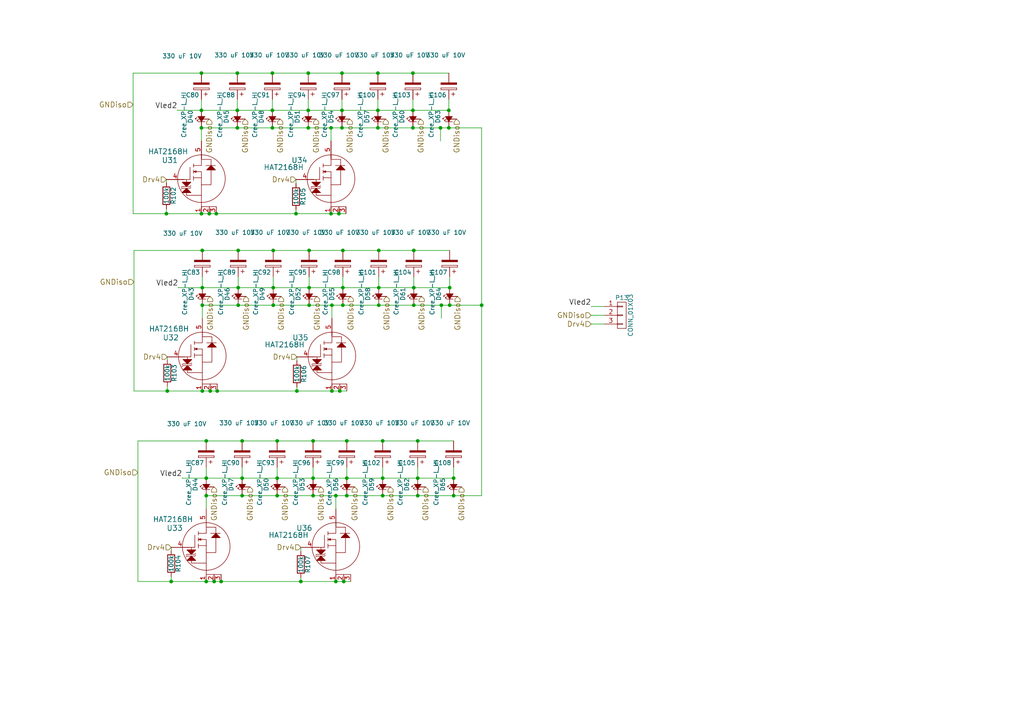
<source format=kicad_sch>
(kicad_sch (version 20230121) (generator eeschema)
  (paper "A4")
  (lib_symbols
    (symbol "SPCInterfaceBoard-v01-rescue:CONN_01X03" (pin_names (offset 1.016) hide)
      (property "Reference" "P" (at 0 5.08 0))
      (property "Value" "CONN_01X03" (at 2.54 0 90))
      (symbol "CONN_01X03_0_1"
        (rectangle (start -1.27 -2.413) (end 0.254 -2.667))
        (rectangle (start -1.27 0.127) (end 0.254 -0.127))
        (rectangle (start -1.27 2.667) (end 0.254 2.413))
        (rectangle (start -1.27 3.81) (end 1.27 -3.81))
      )
      (symbol "CONN_01X03_1_1"
        (pin passive line (at -5.08 2.54 0) (length 3.81) (name "P1") (number "1"))
        (pin passive line (at -5.08 0 0) (length 3.81) (name "P2") (number "2"))
        (pin passive line (at -5.08 -2.54 0) (length 3.81) (name "P3") (number "3"))
      )
    )
    (symbol "SPCInterfaceBoard-v01-rescue:CP" (pin_numbers hide) (pin_names (offset 0.254))
      (property "Reference" "C" (at 0.635 2.54 0))
      (property "Value" "CP" (at 0.635 -2.54 0))
      (symbol "CP_0_1"
        (rectangle (start -2.286 0.508) (end -2.286 1.016))
        (rectangle (start -2.286 0.508) (end 2.286 0.508))
        (polyline (pts (xy -1.778 2.286) (xy -0.762 2.286)))
        (polyline (pts (xy -1.27 2.794) (xy -1.27 1.778)))
        (rectangle (start 2.286 -0.508) (end -2.286 -1.016) (fill (type outline)))
        (rectangle (start 2.286 1.016) (end -2.286 1.016))
        (rectangle (start 2.286 1.016) (end 2.286 0.508))
      )
      (symbol "CP_1_1"
        (pin passive line (at 0 3.81 270) (length 2.794) (name "~") (number "1"))
        (pin passive line (at 0 -3.81 90) (length 2.794) (name "~") (number "2"))
      )
    )
    (symbol "SPCInterfaceBoard-v01-rescue:Cree_XP-L_HI" (pin_numbers hide) (pin_names (offset 0.254) hide)
      (property "Reference" "D" (at -1.27 3.175 0))
      (property "Value" "Cree_XP-L_HI" (at -6.604 5.08 0))
      (symbol "Cree_XP-L_HI_0_1"
        (polyline (pts (xy -0.762 -1.016) (xy -0.762 1.016)))
        (polyline (pts (xy 0.762 -1.016) (xy -0.762 0) (xy 0.762 1.016) (xy 0.762 -1.016)) (fill (type outline)))
        (polyline (pts (xy 0 0.762) (xy -0.508 1.27) (xy -0.254 1.27) (xy -0.508 1.27) (xy -0.508 1.016)))
        (polyline (pts (xy 0.508 1.27) (xy 0 1.778) (xy 0.254 1.778) (xy 0 1.778) (xy 0 1.524)))
      )
      (symbol "Cree_XP-L_HI_1_1"
        (pin passive line (at -2.54 0 0) (length 1.778) (name "K") (number "1"))
        (pin passive line (at 2.54 0 180) (length 1.778) (name "A") (number "2"))
        (pin input line (at 0 -2.286 90) (length 2.54) (name "PAD") (number "3"))
      )
    )
    (symbol "SPCInterfaceBoard-v01-rescue:HAT2168H" (pin_names (offset 1.016))
      (property "Reference" "U" (at -25.908 2.032 0))
      (property "Value" "HAT2168H" (at -26.416 4.572 0))
      (symbol "HAT2168H_0_1"
        (circle (center -16.764 -3.302) (radius 6.9088))
        (polyline (pts (xy -21.59 -3.556) (xy -21.844 -3.556)))
        (polyline (pts (xy -21.59 -3.556) (xy -20.066 -3.556)))
        (polyline (pts (xy -21.082 -3.556) (xy -21.082 -4.318)))
        (polyline (pts (xy -20.066 0) (xy -20.066 -3.556)))
        (polyline (pts (xy -19.05 -3.048) (xy -16.764 -3.048)))
        (polyline (pts (xy -19.05 -2.54) (xy -19.05 -3.81)))
        (polyline (pts (xy -19.05 -0.762) (xy -19.05 -1.778)))
        (polyline (pts (xy -19.05 1.016) (xy -19.05 0)))
        (polyline (pts (xy -15.494 0.508) (xy -12.7 0.508)))
        (polyline (pts (xy -21.082 -7.366) (xy -21.082 -8.128) (xy -16.764 -8.128)))
        (polyline (pts (xy -19.05 0.508) (xy -16.764 0.508) (xy -16.764 3.556)))
        (polyline (pts (xy -18.288 -1.27) (xy -16.764 -1.27) (xy -16.764 -10.16)))
        (polyline (pts (xy -16.764 -5.08) (xy -13.97 -5.08) (xy -13.97 -0.762)))
        (polyline (pts (xy -16.764 2.286) (xy -13.97 2.286) (xy -13.97 0.508)))
        (polyline (pts (xy -22.606 -6.35) (xy -22.352 -6.096) (xy -20.066 -6.096) (xy -19.812 -5.842)))
        (polyline (pts (xy -22.606 -5.842) (xy -22.352 -5.588) (xy -20.066 -5.588) (xy -19.812 -5.334)))
        (polyline (pts (xy -21.082 -6.096) (xy -22.352 -7.366) (xy -19.812 -7.366) (xy -21.082 -6.096)) (fill (type outline)))
        (polyline (pts (xy -21.082 -6.096) (xy -22.352 -7.366) (xy -19.812 -7.366) (xy -21.082 -6.096)) (fill (type outline)))
        (polyline (pts (xy -21.082 -5.588) (xy -19.812 -4.318) (xy -22.352 -4.318) (xy -21.082 -5.588)) (fill (type outline)))
        (polyline (pts (xy -21.082 -5.588) (xy -19.812 -4.318) (xy -22.352 -4.318) (xy -21.082 -5.588)) (fill (type outline)))
        (polyline (pts (xy -18.288 -1.016) (xy -19.05 -1.27) (xy -18.288 -1.524) (xy -18.288 -1.016)) (fill (type outline)))
        (polyline (pts (xy -16.764 -10.16) (xy -16.764 -11.43) (xy -14.478 -11.43) (xy -12.446 -11.43)))
        (polyline (pts (xy -13.97 0.508) (xy -15.24 -0.762) (xy -12.7 -0.762) (xy -13.97 0.508)) (fill (type outline)))
        (polyline (pts (xy -13.97 0.508) (xy -15.24 -0.762) (xy -12.7 -0.762) (xy -13.97 0.508)) (fill (type outline)))
      )
      (symbol "HAT2168H_1_1"
        (pin input line (at -16.764 -13.462 90) (length 2.0066) (name "~") (number "1"))
        (pin input line (at -14.478 -13.462 90) (length 2.0066) (name "~") (number "2"))
        (pin input line (at -12.446 -13.462 90) (length 2.0066) (name "~") (number "3"))
        (pin input line (at -26.924 -3.556 0) (length 5.08) (name "~") (number "4"))
        (pin input line (at -16.764 7.62 270) (length 5.08) (name "~") (number "5"))
      )
    )
    (symbol "SPCInterfaceBoard-v01-rescue:R" (pin_numbers hide) (pin_names (offset 0))
      (property "Reference" "R" (at 2.032 0 90))
      (property "Value" "R" (at 0 0 90))
      (symbol "R_0_1"
        (rectangle (start -1.016 -2.54) (end 1.016 2.54) (stroke (width 0.254)))
      )
      (symbol "R_1_1"
        (pin passive line (at 0 3.81 270) (length 1.27) (name "~") (number "1"))
        (pin passive line (at 0 -3.81 90) (length 1.27) (name "~") (number "2"))
      )
    )
  )
  (junction (at 121.158 143.764))
  (junction (at 62.738 61.976))
  (junction (at 90.805 127.889))
  (junction (at 58.674 113.411))
  (junction (at 85.852 61.976))
  (junction (at 89.662 88.519))
  (junction (at 98.552 113.411))
  (junction (at 100.584 127.889))
  (junction (at 119.761 37.084))
  (junction (at 109.601 37.084))
  (junction (at 89.662 72.644))
  (junction (at 99.441 83.439))
  (junction (at 79.248 72.644))
  (junction (at 70.231 143.764))
  (junction (at 64.135 168.656))
  (junction (at 99.187 21.209))
  (junction (at 96.012 37.084))
  (junction (at 96.012 61.976))
  (junction (at 86.106 113.411))
  (junction (at 48.26 61.976))
  (junction (at 96.266 113.411))
  (junction (at 121.158 127.889))
  (junction (at 70.231 127.889))
  (junction (at 80.391 138.684))
  (junction (at 97.409 143.764))
  (junction (at 100.584 143.764))
  (junction (at 58.42 32.004))
  (junction (at 60.96 113.411))
  (junction (at 58.42 61.976))
  (junction (at 59.817 143.764))
  (junction (at 59.817 138.684))
  (junction (at 78.994 37.084))
  (junction (at 69.088 72.644))
  (junction (at 130.175 37.084))
  (junction (at 87.249 168.656))
  (junction (at 58.42 21.209))
  (junction (at 80.391 127.889))
  (junction (at 119.761 32.004))
  (junction (at 96.266 88.519))
  (junction (at 128.016 88.519))
  (junction (at 80.391 143.764))
  (junction (at 130.429 83.439))
  (junction (at 60.706 61.976))
  (junction (at 69.088 83.439))
  (junction (at 59.817 168.656))
  (junction (at 62.992 113.411))
  (junction (at 89.662 83.439))
  (junction (at 139.7 88.519))
  (junction (at 119.761 21.209))
  (junction (at 78.994 21.209))
  (junction (at 120.015 88.519))
  (junction (at 120.015 72.644))
  (junction (at 130.429 88.519))
  (junction (at 97.409 168.656))
  (junction (at 120.015 83.439))
  (junction (at 58.674 88.519))
  (junction (at 110.998 138.684))
  (junction (at 79.248 88.519))
  (junction (at 109.601 21.209))
  (junction (at 109.855 88.519))
  (junction (at 68.834 21.209))
  (junction (at 109.855 72.644))
  (junction (at 127.762 37.084))
  (junction (at 90.805 143.764))
  (junction (at 109.601 32.004))
  (junction (at 68.834 37.084))
  (junction (at 130.175 32.004))
  (junction (at 68.834 32.004))
  (junction (at 90.805 138.684))
  (junction (at 110.998 127.889))
  (junction (at 89.408 37.084))
  (junction (at 59.817 127.889))
  (junction (at 99.441 88.519))
  (junction (at 99.187 37.084))
  (junction (at 99.695 168.656))
  (junction (at 89.408 32.004))
  (junction (at 100.584 138.684))
  (junction (at 70.231 138.684))
  (junction (at 79.248 83.439))
  (junction (at 131.572 143.764))
  (junction (at 58.674 83.439))
  (junction (at 58.674 72.644))
  (junction (at 109.855 83.439))
  (junction (at 78.994 32.004))
  (junction (at 131.572 138.684))
  (junction (at 49.657 168.656))
  (junction (at 99.441 72.644))
  (junction (at 110.998 143.764))
  (junction (at 62.103 168.656))
  (junction (at 48.514 113.411))
  (junction (at 98.298 61.976))
  (junction (at 58.42 37.084))
  (junction (at 89.408 21.209))
  (junction (at 69.088 88.519))
  (junction (at 99.187 32.004))
  (junction (at 121.158 138.684))
  (wire (pts (xy 89.662 80.264) (xy 89.662 83.439)))
  (wire (pts (xy 97.409 143.764) (xy 90.805 143.764)))
  (wire (pts (xy 78.994 32.004) (xy 89.408 32.004)))
  (wire (pts (xy 48.26 60.579) (xy 48.26 61.976)))
  (wire (pts (xy 110.998 143.764) (xy 100.584 143.764)))
  (wire (pts (xy 121.158 127.889) (xy 131.572 127.889)))
  (wire (pts (xy 139.7 143.764) (xy 131.572 143.764)))
  (wire (pts (xy 78.994 37.084) (xy 89.408 37.084)))
  (wire (pts (xy 128.016 88.519) (xy 130.429 88.519)))
  (wire (pts (xy 90.805 138.684) (xy 100.584 138.684)))
  (wire (pts (xy 100.584 143.764) (xy 97.409 143.764)))
  (wire (pts (xy 58.674 83.439) (xy 58.674 80.264)))
  (wire (pts (xy 109.855 88.519) (xy 120.015 88.519)))
  (wire (pts (xy 52.832 138.684) (xy 59.817 138.684)))
  (wire (pts (xy 99.187 32.004) (xy 109.601 32.004)))
  (wire (pts (xy 110.998 127.889) (xy 121.158 127.889)))
  (wire (pts (xy 51.689 83.439) (xy 51.689 83.312)))
  (wire (pts (xy 85.852 60.833) (xy 85.852 61.976)))
  (wire (pts (xy 89.408 21.209) (xy 99.187 21.209)))
  (wire (pts (xy 48.26 52.07) (xy 48.26 52.959)))
  (wire (pts (xy 85.852 61.976) (xy 96.012 61.976)))
  (wire (pts (xy 89.662 72.644) (xy 99.441 72.644)))
  (wire (pts (xy 59.817 127.889) (xy 70.231 127.889)))
  (wire (pts (xy 69.088 88.519) (xy 79.248 88.519)))
  (wire (pts (xy 99.441 72.644) (xy 109.855 72.644)))
  (wire (pts (xy 70.231 127.889) (xy 80.391 127.889)))
  (wire (pts (xy 130.429 83.439) (xy 130.429 80.264)))
  (wire (pts (xy 110.998 138.684) (xy 121.158 138.684)))
  (wire (pts (xy 89.408 32.004) (xy 99.187 32.004)))
  (wire (pts (xy 69.088 80.264) (xy 69.088 83.439)))
  (wire (pts (xy 131.572 138.684) (xy 131.572 135.509)))
  (wire (pts (xy 79.248 83.439) (xy 89.662 83.439)))
  (wire (pts (xy 127.762 37.084) (xy 130.175 37.084)))
  (wire (pts (xy 68.834 37.084) (xy 78.994 37.084)))
  (wire (pts (xy 48.26 61.976) (xy 58.42 61.976)))
  (wire (pts (xy 59.817 143.764) (xy 59.817 147.574)))
  (wire (pts (xy 119.761 37.084) (xy 127.762 37.084)))
  (wire (pts (xy 99.187 37.084) (xy 109.601 37.084)))
  (wire (pts (xy 40.005 127.889) (xy 59.817 127.889)))
  (wire (pts (xy 85.852 52.07) (xy 85.852 53.213)))
  (wire (pts (xy 98.552 113.411) (xy 100.584 113.411)))
  (wire (pts (xy 80.391 138.684) (xy 90.805 138.684)))
  (wire (pts (xy 99.187 28.829) (xy 99.187 32.004)))
  (wire (pts (xy 58.42 61.976) (xy 60.706 61.976)))
  (wire (pts (xy 109.855 83.439) (xy 120.015 83.439)))
  (wire (pts (xy 120.015 83.439) (xy 130.429 83.439)))
  (wire (pts (xy 38.862 72.644) (xy 38.862 113.411)))
  (wire (pts (xy 87.249 158.75) (xy 87.249 159.893)))
  (wire (pts (xy 139.7 37.084) (xy 139.7 88.519)))
  (wire (pts (xy 52.832 138.684) (xy 52.832 138.557)))
  (wire (pts (xy 100.584 127.889) (xy 110.998 127.889)))
  (wire (pts (xy 70.231 138.684) (xy 80.391 138.684)))
  (wire (pts (xy 48.514 113.411) (xy 58.674 113.411)))
  (wire (pts (xy 38.608 21.209) (xy 38.608 61.976)))
  (wire (pts (xy 40.005 127.889) (xy 40.005 168.656)))
  (wire (pts (xy 64.135 168.656) (xy 87.249 168.656)))
  (wire (pts (xy 98.298 61.976) (xy 100.33 61.976)))
  (wire (pts (xy 90.805 135.509) (xy 90.805 138.684)))
  (wire (pts (xy 48.514 112.014) (xy 48.514 113.411)))
  (wire (pts (xy 99.187 21.209) (xy 109.601 21.209)))
  (wire (pts (xy 109.601 37.084) (xy 119.761 37.084)))
  (wire (pts (xy 87.249 168.656) (xy 97.409 168.656)))
  (wire (pts (xy 96.012 37.084) (xy 96.012 40.894)))
  (wire (pts (xy 79.248 80.264) (xy 79.248 83.439)))
  (wire (pts (xy 99.441 80.264) (xy 99.441 83.439)))
  (wire (pts (xy 40.005 168.656) (xy 49.657 168.656)))
  (wire (pts (xy 49.657 168.656) (xy 59.817 168.656)))
  (wire (pts (xy 175.26 88.9) (xy 171.45 88.9)))
  (wire (pts (xy 171.45 91.44) (xy 175.26 91.44)))
  (wire (pts (xy 69.088 83.439) (xy 79.248 83.439)))
  (wire (pts (xy 97.409 168.656) (xy 99.695 168.656)))
  (wire (pts (xy 70.231 135.509) (xy 70.231 138.684)))
  (wire (pts (xy 109.601 21.209) (xy 119.761 21.209)))
  (wire (pts (xy 51.435 32.004) (xy 58.42 32.004)))
  (wire (pts (xy 86.106 103.505) (xy 86.106 104.648)))
  (wire (pts (xy 120.015 88.519) (xy 128.016 88.519)))
  (wire (pts (xy 119.761 32.004) (xy 130.175 32.004)))
  (wire (pts (xy 86.106 112.268) (xy 86.106 113.411)))
  (wire (pts (xy 86.106 113.411) (xy 96.266 113.411)))
  (wire (pts (xy 51.689 83.439) (xy 58.674 83.439)))
  (wire (pts (xy 127.762 37.084) (xy 127.762 40.894)))
  (wire (pts (xy 80.391 127.889) (xy 90.805 127.889)))
  (wire (pts (xy 119.761 28.829) (xy 119.761 32.004)))
  (wire (pts (xy 62.103 168.656) (xy 64.135 168.656)))
  (wire (pts (xy 51.435 32.004) (xy 51.435 31.877)))
  (wire (pts (xy 90.805 143.764) (xy 80.391 143.764)))
  (wire (pts (xy 100.584 135.509) (xy 100.584 138.684)))
  (wire (pts (xy 119.761 21.209) (xy 130.175 21.209)))
  (wire (pts (xy 96.266 113.411) (xy 98.552 113.411)))
  (wire (pts (xy 121.158 135.509) (xy 121.158 138.684)))
  (wire (pts (xy 97.409 143.764) (xy 97.409 147.574)))
  (wire (pts (xy 87.249 167.513) (xy 87.249 168.656)))
  (wire (pts (xy 121.158 143.764) (xy 131.572 143.764)))
  (wire (pts (xy 49.657 158.75) (xy 49.657 159.639)))
  (wire (pts (xy 89.662 88.519) (xy 96.266 88.519)))
  (wire (pts (xy 48.514 103.505) (xy 48.514 104.394)))
  (wire (pts (xy 89.408 28.829) (xy 89.408 32.004)))
  (wire (pts (xy 80.391 143.764) (xy 70.231 143.764)))
  (wire (pts (xy 120.015 72.644) (xy 130.429 72.644)))
  (wire (pts (xy 58.42 37.084) (xy 68.834 37.084)))
  (wire (pts (xy 121.158 138.684) (xy 131.572 138.684)))
  (wire (pts (xy 38.608 21.209) (xy 58.42 21.209)))
  (wire (pts (xy 109.601 32.004) (xy 119.761 32.004)))
  (wire (pts (xy 58.674 72.644) (xy 69.088 72.644)))
  (wire (pts (xy 38.862 72.644) (xy 58.674 72.644)))
  (wire (pts (xy 99.441 83.439) (xy 109.855 83.439)))
  (wire (pts (xy 96.266 88.519) (xy 99.441 88.519)))
  (wire (pts (xy 130.429 88.519) (xy 139.7 88.519)))
  (wire (pts (xy 38.862 113.411) (xy 48.514 113.411)))
  (wire (pts (xy 58.42 37.084) (xy 58.42 40.894)))
  (wire (pts (xy 68.834 21.209) (xy 78.994 21.209)))
  (wire (pts (xy 59.817 138.684) (xy 59.817 135.509)))
  (wire (pts (xy 68.834 32.004) (xy 78.994 32.004)))
  (wire (pts (xy 58.674 113.411) (xy 60.96 113.411)))
  (wire (pts (xy 58.674 83.439) (xy 69.088 83.439)))
  (wire (pts (xy 139.7 88.519) (xy 139.7 143.764)))
  (wire (pts (xy 171.45 93.98) (xy 175.26 93.98)))
  (wire (pts (xy 79.248 72.644) (xy 89.662 72.644)))
  (wire (pts (xy 100.584 138.684) (xy 110.998 138.684)))
  (wire (pts (xy 99.441 88.519) (xy 109.855 88.519)))
  (wire (pts (xy 68.834 28.829) (xy 68.834 32.004)))
  (wire (pts (xy 59.817 168.656) (xy 62.103 168.656)))
  (wire (pts (xy 58.674 88.519) (xy 69.088 88.519)))
  (wire (pts (xy 58.674 88.519) (xy 58.674 92.329)))
  (wire (pts (xy 60.706 61.976) (xy 62.738 61.976)))
  (wire (pts (xy 130.175 37.084) (xy 139.7 37.084)))
  (wire (pts (xy 109.855 80.264) (xy 109.855 83.439)))
  (wire (pts (xy 58.42 21.209) (xy 68.834 21.209)))
  (wire (pts (xy 90.805 127.889) (xy 100.584 127.889)))
  (wire (pts (xy 96.012 61.976) (xy 98.298 61.976)))
  (wire (pts (xy 62.738 61.976) (xy 85.852 61.976)))
  (wire (pts (xy 38.608 61.976) (xy 48.26 61.976)))
  (wire (pts (xy 120.015 80.264) (xy 120.015 83.439)))
  (wire (pts (xy 96.012 37.084) (xy 99.187 37.084)))
  (wire (pts (xy 89.408 37.084) (xy 96.012 37.084)))
  (wire (pts (xy 59.817 138.684) (xy 70.231 138.684)))
  (wire (pts (xy 80.391 135.509) (xy 80.391 138.684)))
  (wire (pts (xy 96.266 88.519) (xy 96.266 92.329)))
  (wire (pts (xy 130.175 32.004) (xy 130.175 28.829)))
  (wire (pts (xy 128.016 88.519) (xy 128.016 92.329)))
  (wire (pts (xy 78.994 28.829) (xy 78.994 32.004)))
  (wire (pts (xy 78.994 21.209) (xy 89.408 21.209)))
  (wire (pts (xy 110.998 135.509) (xy 110.998 138.684)))
  (wire (pts (xy 121.158 143.764) (xy 110.998 143.764)))
  (wire (pts (xy 109.601 28.829) (xy 109.601 32.004)))
  (wire (pts (xy 89.662 83.439) (xy 99.441 83.439)))
  (wire (pts (xy 99.695 168.656) (xy 101.727 168.656)))
  (wire (pts (xy 70.231 143.764) (xy 59.817 143.764)))
  (wire (pts (xy 49.657 167.259) (xy 49.657 168.656)))
  (wire (pts (xy 69.088 72.644) (xy 79.248 72.644)))
  (wire (pts (xy 58.42 32.004) (xy 58.42 28.829)))
  (wire (pts (xy 79.248 88.519) (xy 89.662 88.519)))
  (wire (pts (xy 58.42 32.004) (xy 68.834 32.004)))
  (wire (pts (xy 62.992 113.411) (xy 86.106 113.411)))
  (wire (pts (xy 60.96 113.411) (xy 62.992 113.411)))
  (wire (pts (xy 109.855 72.644) (xy 120.015 72.644)))
  (label "Vled2" (at 51.689 83.312 180) (effects (font (size 1.524 1.524))))
  (label "Vled2" (at 52.832 138.557 180) (effects (font (size 1.524 1.524))))
  (label "Vled2" (at 171.45 88.9 180) (effects (font (size 1.524 1.524))))
  (label "Vled2" (at 51.435 31.877 180) (effects (font (size 1.524 1.524))))
  (hierarchical_label "GNDiso" (shape input) (at 91.694 34.544 270) (effects (font (size 1.524 1.524))))
  (hierarchical_label "GNDiso" (shape input) (at 62.103 141.224 270) (effects (font (size 1.524 1.524))))
  (hierarchical_label "GNDiso" (shape input) (at 38.608 30.353 180) (effects (font (size 1.524 1.524))))
  (hierarchical_label "GNDiso" (shape input) (at 60.706 34.544 270) (effects (font (size 1.524 1.524))))
  (hierarchical_label "GNDiso" (shape input) (at 81.534 85.979 270) (effects (font (size 1.524 1.524))))
  (hierarchical_label "GNDiso" (shape input) (at 101.727 85.979 270) (effects (font (size 1.524 1.524))))
  (hierarchical_label "GNDiso" (shape input) (at 82.677 141.224 270) (effects (font (size 1.524 1.524))))
  (hierarchical_label "GNDiso" (shape input) (at 38.862 81.788 180) (effects (font (size 1.524 1.524))))
  (hierarchical_label "GNDiso" (shape input) (at 123.444 141.224 270) (effects (font (size 1.524 1.524))))
  (hierarchical_label "GNDiso" (shape input) (at 113.284 141.224 270) (effects (font (size 1.524 1.524))))
  (hierarchical_label "GNDiso" (shape input) (at 91.948 85.979 270) (effects (font (size 1.524 1.524))))
  (hierarchical_label "GNDiso" (shape input) (at 171.45 91.44 180) (effects (font (size 1.524 1.524))))
  (hierarchical_label "Drv4" (shape input) (at 86.106 103.505 180) (effects (font (size 1.524 1.524))))
  (hierarchical_label "GNDiso" (shape input) (at 72.517 141.224 270) (effects (font (size 1.524 1.524))))
  (hierarchical_label "Drv4" (shape input) (at 48.26 52.07 180) (effects (font (size 1.524 1.524))))
  (hierarchical_label "GNDiso" (shape input) (at 93.091 141.224 270) (effects (font (size 1.524 1.524))))
  (hierarchical_label "GNDiso" (shape input) (at 132.715 85.979 270) (effects (font (size 1.524 1.524))))
  (hierarchical_label "Drv4" (shape input) (at 171.45 93.98 180) (effects (font (size 1.524 1.524))))
  (hierarchical_label "GNDiso" (shape input) (at 111.887 34.544 270) (effects (font (size 1.524 1.524))))
  (hierarchical_label "Drv4" (shape input) (at 49.657 158.75 180) (effects (font (size 1.524 1.524))))
  (hierarchical_label "GNDiso" (shape input) (at 40.005 137.033 180) (effects (font (size 1.524 1.524))))
  (hierarchical_label "GNDiso" (shape input) (at 71.12 34.544 270) (effects (font (size 1.524 1.524))))
  (hierarchical_label "GNDiso" (shape input) (at 132.461 34.544 270) (effects (font (size 1.524 1.524))))
  (hierarchical_label "Drv4" (shape input) (at 87.249 158.75 180) (effects (font (size 1.524 1.524))))
  (hierarchical_label "GNDiso" (shape input) (at 112.141 85.979 270) (effects (font (size 1.524 1.524))))
  (hierarchical_label "GNDiso" (shape input) (at 71.374 85.979 270) (effects (font (size 1.524 1.524))))
  (hierarchical_label "GNDiso" (shape input) (at 81.28 34.544 270) (effects (font (size 1.524 1.524))))
  (hierarchical_label "Drv4" (shape input) (at 85.852 52.07 180) (effects (font (size 1.524 1.524))))
  (hierarchical_label "GNDiso" (shape input) (at 133.858 141.224 270) (effects (font (size 1.524 1.524))))
  (hierarchical_label "GNDiso" (shape input) (at 101.473 34.544 270) (effects (font (size 1.524 1.524))))
  (hierarchical_label "GNDiso" (shape input) (at 102.87 141.224 270) (effects (font (size 1.524 1.524))))
  (hierarchical_label "Drv4" (shape input) (at 48.514 103.505 180) (effects (font (size 1.524 1.524))))
  (hierarchical_label "GNDiso" (shape input) (at 122.047 34.544 270) (effects (font (size 1.524 1.524))))
  (hierarchical_label "GNDiso" (shape input) (at 60.96 85.979 270) (effects (font (size 1.524 1.524))))
  (hierarchical_label "GNDiso" (shape input) (at 122.301 85.979 270) (effects (font (size 1.524 1.524))))
  (symbol (lib_id "SPCInterfaceBoard-v01-rescue:Cree_XP-L_HI") (at 58.674 85.979 90) (unit 1)
    (property "Reference" "D43" (at 55.499 87.249 0) (effects (justify left)))
    (property "Value" "Cree_XP-L_HI" (at 53.594 91.44 0) (effects (justify left)))
    (property "Footprint" "SPCInterfaceBoard-SPCPWSSC:Cree_XP-L_HI-vias-4" (effects hide))
  )
  (symbol (lib_id "SPCInterfaceBoard-v01-rescue:HAT2168H") (at 75.438 99.949 0) (unit 1)
    (property "Reference" "U32" (at 49.53 97.917 0) (effects (font (size 1.524 1.524))))
    (property "Value" "HAT2168H" (at 49.022 95.377 0) (effects (font (size 1.524 1.524))))
    (property "Footprint" "SPCInterfaceBoard-SPCPWSSC:SOT-669_LFPAK-vias" (effects hide))
  )
  (symbol (lib_id "SPCInterfaceBoard-v01-rescue:R") (at 48.514 108.204 0) (unit 1)
    (property "Reference" "R103" (at 50.546 108.204 90))
    (property "Value" "100k" (at 48.514 108.204 90))
    (property "Footprint" "SPCInterfaceBoard-SPCPWSSC:r_0603" (effects hide))
    (property "Datasheet" "http://www.digikey.com/product-detail/en/ERJ-3GEYJ104V/P100KGCT-ND/134878" (effects hide))
  )
  (symbol (lib_id "SPCInterfaceBoard-v01-rescue:Cree_XP-L_HI") (at 69.088 85.979 90) (unit 1)
    (property "Reference" "D46" (at 65.913 87.249 0) (effects (justify left)))
    (property "Value" "Cree_XP-L_HI" (at 64.008 91.44 0) (effects (justify left)))
    (property "Footprint" "SPCInterfaceBoard-SPCPWSSC:Cree_XP-L_HI-vias-4" (effects hide))
  )
  (symbol (lib_id "SPCInterfaceBoard-v01-rescue:Cree_XP-L_HI") (at 79.248 85.979 90) (unit 1)
    (property "Reference" "D49" (at 76.073 87.249 0) (effects (justify left)))
    (property "Value" "Cree_XP-L_HI" (at 74.168 91.44 0) (effects (justify left)))
    (property "Footprint" "SPCInterfaceBoard-SPCPWSSC:Cree_XP-L_HI-vias-4" (effects hide))
  )
  (symbol (lib_id "SPCInterfaceBoard-v01-rescue:Cree_XP-L_HI") (at 89.662 85.979 90) (unit 1)
    (property "Reference" "D52" (at 86.487 87.249 0) (effects (justify left)))
    (property "Value" "Cree_XP-L_HI" (at 84.582 91.44 0) (effects (justify left)))
    (property "Footprint" "SPCInterfaceBoard-SPCPWSSC:Cree_XP-L_HI-vias-4" (effects hide))
  )
  (symbol (lib_id "SPCInterfaceBoard-v01-rescue:Cree_XP-L_HI") (at 99.441 85.979 90) (unit 1)
    (property "Reference" "D55" (at 96.266 87.249 0) (effects (justify left)))
    (property "Value" "Cree_XP-L_HI" (at 94.361 91.44 0) (effects (justify left)))
    (property "Footprint" "SPCInterfaceBoard-SPCPWSSC:Cree_XP-L_HI-vias-4" (effects hide))
  )
  (symbol (lib_id "SPCInterfaceBoard-v01-rescue:Cree_XP-L_HI") (at 109.855 85.979 90) (unit 1)
    (property "Reference" "D58" (at 106.68 87.249 0) (effects (justify left)))
    (property "Value" "Cree_XP-L_HI" (at 104.775 91.44 0) (effects (justify left)))
    (property "Footprint" "SPCInterfaceBoard-SPCPWSSC:Cree_XP-L_HI-vias-4" (effects hide))
  )
  (symbol (lib_id "SPCInterfaceBoard-v01-rescue:Cree_XP-L_HI") (at 120.015 85.979 90) (unit 1)
    (property "Reference" "D61" (at 116.84 87.249 0) (effects (justify left)))
    (property "Value" "Cree_XP-L_HI" (at 114.935 91.44 0) (effects (justify left)))
    (property "Footprint" "SPCInterfaceBoard-SPCPWSSC:Cree_XP-L_HI-vias-4" (effects hide))
  )
  (symbol (lib_id "SPCInterfaceBoard-v01-rescue:Cree_XP-L_HI") (at 130.429 85.979 90) (unit 1)
    (property "Reference" "D64" (at 127.254 87.249 0) (effects (justify left)))
    (property "Value" "Cree_XP-L_HI" (at 125.349 91.44 0) (effects (justify left)))
    (property "Footprint" "SPCInterfaceBoard-SPCPWSSC:Cree_XP-L_HI-vias-4" (effects hide))
  )
  (symbol (lib_id "SPCInterfaceBoard-v01-rescue:HAT2168H") (at 113.03 99.949 0) (unit 1)
    (property "Reference" "U35" (at 87.122 97.917 0) (effects (font (size 1.524 1.524))))
    (property "Value" "HAT2168H" (at 82.55 99.949 0) (effects (font (size 1.524 1.524))))
    (property "Footprint" "SPCInterfaceBoard-SPCPWSSC:SOT-669_LFPAK-vias" (effects hide))
  )
  (symbol (lib_id "SPCInterfaceBoard-v01-rescue:CP") (at 69.088 76.454 180) (unit 1)
    (property "Reference" "C89" (at 68.453 78.994 0) (effects (justify left)))
    (property "Value" "330 uF 10V" (at 73.914 67.437 0) (effects (justify left)))
    (property "Footprint" "Capacitors_Tantalum_SMD:TantalC_SizeD_EIA-7343_Reflow" (effects hide))
    (property "Datasheet" "http://www.digikey.com/product-detail/en/10TPB330M/P16449CT-ND/4204231" (effects hide))
  )
  (symbol (lib_id "SPCInterfaceBoard-v01-rescue:CP") (at 79.248 76.454 180) (unit 1)
    (property "Reference" "C92" (at 78.613 78.994 0) (effects (justify left)))
    (property "Value" "330 uF 10V" (at 84.074 67.437 0) (effects (justify left)))
    (property "Footprint" "Capacitors_Tantalum_SMD:TantalC_SizeD_EIA-7343_Reflow" (effects hide))
    (property "Datasheet" "http://www.digikey.com/product-detail/en/10TPB330M/P16449CT-ND/4204231" (effects hide))
  )
  (symbol (lib_id "SPCInterfaceBoard-v01-rescue:CP") (at 89.662 76.454 180) (unit 1)
    (property "Reference" "C95" (at 89.027 78.994 0) (effects (justify left)))
    (property "Value" "330 uF 10V" (at 94.488 67.437 0) (effects (justify left)))
    (property "Footprint" "Capacitors_Tantalum_SMD:TantalC_SizeD_EIA-7343_Reflow" (effects hide))
    (property "Datasheet" "http://www.digikey.com/product-detail/en/10TPB330M/P16449CT-ND/4204231" (effects hide))
  )
  (symbol (lib_id "SPCInterfaceBoard-v01-rescue:CP") (at 99.441 76.454 180) (unit 1)
    (property "Reference" "C98" (at 98.806 78.994 0) (effects (justify left)))
    (property "Value" "330 uF 10V" (at 104.267 67.437 0) (effects (justify left)))
    (property "Footprint" "Capacitors_Tantalum_SMD:TantalC_SizeD_EIA-7343_Reflow" (effects hide))
    (property "Datasheet" "http://www.digikey.com/product-detail/en/10TPB330M/P16449CT-ND/4204231" (effects hide))
  )
  (symbol (lib_id "SPCInterfaceBoard-v01-rescue:CP") (at 109.855 76.454 180) (unit 1)
    (property "Reference" "C101" (at 109.22 78.994 0) (effects (justify left)))
    (property "Value" "330 uF 10V" (at 114.681 67.437 0) (effects (justify left)))
    (property "Footprint" "Capacitors_Tantalum_SMD:TantalC_SizeD_EIA-7343_Reflow" (effects hide))
    (property "Datasheet" "http://www.digikey.com/product-detail/en/10TPB330M/P16449CT-ND/4204231" (effects hide))
  )
  (symbol (lib_id "SPCInterfaceBoard-v01-rescue:CP") (at 120.015 76.454 180) (unit 1)
    (property "Reference" "C104" (at 119.38 78.994 0) (effects (justify left)))
    (property "Value" "330 uF 10V" (at 124.841 67.437 0) (effects (justify left)))
    (property "Footprint" "Capacitors_Tantalum_SMD:TantalC_SizeD_EIA-7343_Reflow" (effects hide))
    (property "Datasheet" "http://www.digikey.com/product-detail/en/10TPB330M/P16449CT-ND/4204231" (effects hide))
  )
  (symbol (lib_id "SPCInterfaceBoard-v01-rescue:CP") (at 130.429 76.454 180) (unit 1)
    (property "Reference" "C107" (at 129.794 78.994 0) (effects (justify left)))
    (property "Value" "330 uF 10V" (at 135.255 67.437 0) (effects (justify left)))
    (property "Footprint" "Capacitors_Tantalum_SMD:TantalC_SizeD_EIA-7343_Reflow" (effects hide))
    (property "Datasheet" "http://www.digikey.com/product-detail/en/10TPB330M/P16449CT-ND/4204231" (effects hide))
  )
  (symbol (lib_id "SPCInterfaceBoard-v01-rescue:CP") (at 58.674 76.454 180) (unit 1)
    (property "Reference" "C83" (at 58.039 78.994 0) (effects (justify left)))
    (property "Value" "330 uF 10V" (at 58.801 67.691 0) (effects (justify left)))
    (property "Footprint" "Capacitors_Tantalum_SMD:TantalC_SizeD_EIA-7343_Reflow" (effects hide))
    (property "Datasheet" "http://www.digikey.com/product-detail/en/10TPB330M/P16449CT-ND/4204231" (effects hide))
  )
  (symbol (lib_id "SPCInterfaceBoard-v01-rescue:R") (at 86.106 108.458 0) (unit 1)
    (property "Reference" "R106" (at 88.138 108.458 90))
    (property "Value" "100k" (at 86.106 108.458 90))
    (property "Footprint" "SPCInterfaceBoard-SPCPWSSC:r_0603" (effects hide))
    (property "Datasheet" "http://www.digikey.com/product-detail/en/ERJ-3GEYJ104V/P100KGCT-ND/134878" (effects hide))
  )
  (symbol (lib_id "SPCInterfaceBoard-v01-rescue:Cree_XP-L_HI") (at 58.42 34.544 90) (unit 1)
    (property "Reference" "D40" (at 55.245 35.814 0) (effects (justify left)))
    (property "Value" "Cree_XP-L_HI" (at 53.34 40.005 0) (effects (justify left)))
    (property "Footprint" "SPCInterfaceBoard-SPCPWSSC:Cree_XP-L_HI-vias-4" (effects hide))
  )
  (symbol (lib_id "SPCInterfaceBoard-v01-rescue:HAT2168H") (at 75.184 48.514 0) (unit 1)
    (property "Reference" "U31" (at 49.276 46.482 0) (effects (font (size 1.524 1.524))))
    (property "Value" "HAT2168H" (at 48.768 43.942 0) (effects (font (size 1.524 1.524))))
    (property "Footprint" "SPCInterfaceBoard-SPCPWSSC:SOT-669_LFPAK-vias" (effects hide))
  )
  (symbol (lib_id "SPCInterfaceBoard-v01-rescue:R") (at 48.26 56.769 0) (unit 1)
    (property "Reference" "R102" (at 50.292 56.769 90))
    (property "Value" "100k" (at 48.26 56.769 90))
    (property "Footprint" "SPCInterfaceBoard-SPCPWSSC:r_0603" (effects hide))
    (property "Datasheet" "http://www.digikey.com/product-detail/en/ERJ-3GEYJ104V/P100KGCT-ND/134878" (effects hide))
  )
  (symbol (lib_id "SPCInterfaceBoard-v01-rescue:Cree_XP-L_HI") (at 68.834 34.544 90) (unit 1)
    (property "Reference" "D45" (at 65.659 35.814 0) (effects (justify left)))
    (property "Value" "Cree_XP-L_HI" (at 63.754 40.005 0) (effects (justify left)))
    (property "Footprint" "SPCInterfaceBoard-SPCPWSSC:Cree_XP-L_HI-vias-4" (effects hide))
  )
  (symbol (lib_id "SPCInterfaceBoard-v01-rescue:Cree_XP-L_HI") (at 78.994 34.544 90) (unit 1)
    (property "Reference" "D48" (at 75.819 35.814 0) (effects (justify left)))
    (property "Value" "Cree_XP-L_HI" (at 73.914 40.005 0) (effects (justify left)))
    (property "Footprint" "SPCInterfaceBoard-SPCPWSSC:Cree_XP-L_HI-vias-4" (effects hide))
  )
  (symbol (lib_id "SPCInterfaceBoard-v01-rescue:Cree_XP-L_HI") (at 89.408 34.544 90) (unit 1)
    (property "Reference" "D51" (at 86.233 35.814 0) (effects (justify left)))
    (property "Value" "Cree_XP-L_HI" (at 84.328 40.005 0) (effects (justify left)))
    (property "Footprint" "SPCInterfaceBoard-SPCPWSSC:Cree_XP-L_HI-vias-4" (effects hide))
  )
  (symbol (lib_id "SPCInterfaceBoard-v01-rescue:Cree_XP-L_HI") (at 99.187 34.544 90) (unit 1)
    (property "Reference" "D54" (at 96.012 35.814 0) (effects (justify left)))
    (property "Value" "Cree_XP-L_HI" (at 94.107 40.005 0) (effects (justify left)))
    (property "Footprint" "SPCInterfaceBoard-SPCPWSSC:Cree_XP-L_HI-vias-4" (effects hide))
  )
  (symbol (lib_id "SPCInterfaceBoard-v01-rescue:Cree_XP-L_HI") (at 109.601 34.544 90) (unit 1)
    (property "Reference" "D57" (at 106.426 35.814 0) (effects (justify left)))
    (property "Value" "Cree_XP-L_HI" (at 104.521 40.005 0) (effects (justify left)))
    (property "Footprint" "SPCInterfaceBoard-SPCPWSSC:Cree_XP-L_HI-vias-4" (effects hide))
  )
  (symbol (lib_id "SPCInterfaceBoard-v01-rescue:Cree_XP-L_HI") (at 119.761 34.544 90) (unit 1)
    (property "Reference" "D60" (at 116.586 35.814 0) (effects (justify left)))
    (property "Value" "Cree_XP-L_HI" (at 114.681 40.005 0) (effects (justify left)))
    (property "Footprint" "SPCInterfaceBoard-SPCPWSSC:Cree_XP-L_HI-vias-4" (effects hide))
  )
  (symbol (lib_id "SPCInterfaceBoard-v01-rescue:Cree_XP-L_HI") (at 130.175 34.544 90) (unit 1)
    (property "Reference" "D63" (at 127 35.814 0) (effects (justify left)))
    (property "Value" "Cree_XP-L_HI" (at 125.095 40.005 0) (effects (justify left)))
    (property "Footprint" "SPCInterfaceBoard-SPCPWSSC:Cree_XP-L_HI-vias-4" (effects hide))
  )
  (symbol (lib_id "SPCInterfaceBoard-v01-rescue:HAT2168H") (at 112.776 48.514 0) (unit 1)
    (property "Reference" "U34" (at 86.868 46.482 0) (effects (font (size 1.524 1.524))))
    (property "Value" "HAT2168H" (at 82.296 48.514 0) (effects (font (size 1.524 1.524))))
    (property "Footprint" "SPCInterfaceBoard-SPCPWSSC:SOT-669_LFPAK-vias" (effects hide))
  )
  (symbol (lib_id "SPCInterfaceBoard-v01-rescue:CP") (at 68.834 25.019 180) (unit 1)
    (property "Reference" "C88" (at 68.199 27.559 0) (effects (justify left)))
    (property "Value" "330 uF 10V" (at 73.66 16.002 0) (effects (justify left)))
    (property "Footprint" "Capacitors_Tantalum_SMD:TantalC_SizeD_EIA-7343_Reflow" (effects hide))
    (property "Datasheet" "http://www.digikey.com/product-detail/en/10TPB330M/P16449CT-ND/4204231" (effects hide))
  )
  (symbol (lib_id "SPCInterfaceBoard-v01-rescue:CP") (at 78.994 25.019 180) (unit 1)
    (property "Reference" "C91" (at 78.359 27.559 0) (effects (justify left)))
    (property "Value" "330 uF 10V" (at 83.82 16.002 0) (effects (justify left)))
    (property "Footprint" "Capacitors_Tantalum_SMD:TantalC_SizeD_EIA-7343_Reflow" (effects hide))
    (property "Datasheet" "http://www.digikey.com/product-detail/en/10TPB330M/P16449CT-ND/4204231" (effects hide))
  )
  (symbol (lib_id "SPCInterfaceBoard-v01-rescue:CP") (at 89.408 25.019 180) (unit 1)
    (property "Reference" "C94" (at 88.773 27.559 0) (effects (justify left)))
    (property "Value" "330 uF 10V" (at 94.234 16.002 0) (effects (justify left)))
    (property "Footprint" "Capacitors_Tantalum_SMD:TantalC_SizeD_EIA-7343_Reflow" (effects hide))
    (property "Datasheet" "http://www.digikey.com/product-detail/en/10TPB330M/P16449CT-ND/4204231" (effects hide))
  )
  (symbol (lib_id "SPCInterfaceBoard-v01-rescue:CP") (at 99.187 25.019 180) (unit 1)
    (property "Reference" "C97" (at 98.552 27.559 0) (effects (justify left)))
    (property "Value" "330 uF 10V" (at 104.013 16.002 0) (effects (justify left)))
    (property "Footprint" "Capacitors_Tantalum_SMD:TantalC_SizeD_EIA-7343_Reflow" (effects hide))
    (property "Datasheet" "http://www.digikey.com/product-detail/en/10TPB330M/P16449CT-ND/4204231" (effects hide))
  )
  (symbol (lib_id "SPCInterfaceBoard-v01-rescue:CP") (at 109.601 25.019 180) (unit 1)
    (property "Reference" "C100" (at 108.966 27.559 0) (effects (justify left)))
    (property "Value" "330 uF 10V" (at 114.427 16.002 0) (effects (justify left)))
    (property "Footprint" "Capacitors_Tantalum_SMD:TantalC_SizeD_EIA-7343_Reflow" (effects hide))
    (property "Datasheet" "http://www.digikey.com/product-detail/en/10TPB330M/P16449CT-ND/4204231" (effects hide))
  )
  (symbol (lib_id "SPCInterfaceBoard-v01-rescue:CP") (at 119.761 25.019 180) (unit 1)
    (property "Reference" "C103" (at 119.126 27.559 0) (effects (justify left)))
    (property "Value" "330 uF 10V" (at 124.587 16.002 0) (effects (justify left)))
    (property "Footprint" "Capacitors_Tantalum_SMD:TantalC_SizeD_EIA-7343_Reflow" (effects hide))
    (property "Datasheet" "http://www.digikey.com/product-detail/en/10TPB330M/P16449CT-ND/4204231" (effects hide))
  )
  (symbol (lib_id "SPCInterfaceBoard-v01-rescue:CP") (at 130.175 25.019 180) (unit 1)
    (property "Reference" "C106" (at 129.54 27.559 0) (effects (justify left)))
    (property "Value" "330 uF 10V" (at 135.001 16.002 0) (effects (justify left)))
    (property "Footprint" "Capacitors_Tantalum_SMD:TantalC_SizeD_EIA-7343_Reflow" (effects hide))
    (property "Datasheet" "http://www.digikey.com/product-detail/en/10TPB330M/P16449CT-ND/4204231" (effects hide))
  )
  (symbol (lib_id "SPCInterfaceBoard-v01-rescue:CP") (at 58.42 25.019 180) (unit 1)
    (property "Reference" "C80" (at 57.785 27.559 0) (effects (justify left)))
    (property "Value" "330 uF 10V" (at 58.547 16.256 0) (effects (justify left)))
    (property "Footprint" "Capacitors_Tantalum_SMD:TantalC_SizeD_EIA-7343_Reflow" (effects hide))
    (property "Datasheet" "http://www.digikey.com/product-detail/en/10TPB330M/P16449CT-ND/4204231" (effects hide))
  )
  (symbol (lib_id "SPCInterfaceBoard-v01-rescue:R") (at 85.852 57.023 0) (unit 1)
    (property "Reference" "R105" (at 87.884 57.023 90))
    (property "Value" "100k" (at 85.852 57.023 90))
    (property "Footprint" "SPCInterfaceBoard-SPCPWSSC:r_0603" (effects hide))
    (property "Datasheet" "http://www.digikey.com/product-detail/en/ERJ-3GEYJ104V/P100KGCT-ND/134878" (effects hide))
  )
  (symbol (lib_id "SPCInterfaceBoard-v01-rescue:Cree_XP-L_HI") (at 59.817 141.224 90) (unit 1)
    (property "Reference" "D44" (at 56.642 142.494 0) (effects (justify left)))
    (property "Value" "Cree_XP-L_HI" (at 54.737 146.685 0) (effects (justify left)))
    (property "Footprint" "SPCInterfaceBoard-SPCPWSSC:Cree_XP-L_HI-vias-4" (effects hide))
  )
  (symbol (lib_id "SPCInterfaceBoard-v01-rescue:HAT2168H") (at 76.581 155.194 0) (unit 1)
    (property "Reference" "U33" (at 50.673 153.162 0) (effects (font (size 1.524 1.524))))
    (property "Value" "HAT2168H" (at 50.165 150.622 0) (effects (font (size 1.524 1.524))))
    (property "Footprint" "SPCInterfaceBoard-SPCPWSSC:SOT-669_LFPAK-vias" (effects hide))
  )
  (symbol (lib_id "SPCInterfaceBoard-v01-rescue:R") (at 49.657 163.449 0) (unit 1)
    (property "Reference" "R104" (at 51.689 163.449 90))
    (property "Value" "100k" (at 49.657 163.449 90))
    (property "Footprint" "SPCInterfaceBoard-SPCPWSSC:r_0603" (effects hide))
    (property "Datasheet" "http://www.digikey.com/product-detail/en/ERJ-3GEYJ104V/P100KGCT-ND/134878" (effects hide))
  )
  (symbol (lib_id "SPCInterfaceBoard-v01-rescue:Cree_XP-L_HI") (at 70.231 141.224 90) (unit 1)
    (property "Reference" "D47" (at 67.056 142.494 0) (effects (justify left)))
    (property "Value" "Cree_XP-L_HI" (at 65.151 146.685 0) (effects (justify left)))
    (property "Footprint" "SPCInterfaceBoard-SPCPWSSC:Cree_XP-L_HI-vias-4" (effects hide))
  )
  (symbol (lib_id "SPCInterfaceBoard-v01-rescue:Cree_XP-L_HI") (at 80.391 141.224 90) (unit 1)
    (property "Reference" "D50" (at 77.216 142.494 0) (effects (justify left)))
    (property "Value" "Cree_XP-L_HI" (at 75.311 146.685 0) (effects (justify left)))
    (property "Footprint" "SPCInterfaceBoard-SPCPWSSC:Cree_XP-L_HI-vias-4" (effects hide))
  )
  (symbol (lib_id "SPCInterfaceBoard-v01-rescue:Cree_XP-L_HI") (at 90.805 141.224 90) (unit 1)
    (property "Reference" "D53" (at 87.63 142.494 0) (effects (justify left)))
    (property "Value" "Cree_XP-L_HI" (at 85.725 146.685 0) (effects (justify left)))
    (property "Footprint" "SPCInterfaceBoard-SPCPWSSC:Cree_XP-L_HI-vias-4" (effects hide))
  )
  (symbol (lib_id "SPCInterfaceBoard-v01-rescue:Cree_XP-L_HI") (at 100.584 141.224 90) (unit 1)
    (property "Reference" "D56" (at 97.409 142.494 0) (effects (justify left)))
    (property "Value" "Cree_XP-L_HI" (at 95.504 146.685 0) (effects (justify left)))
    (property "Footprint" "SPCInterfaceBoard-SPCPWSSC:Cree_XP-L_HI-vias-4" (effects hide))
  )
  (symbol (lib_id "SPCInterfaceBoard-v01-rescue:Cree_XP-L_HI") (at 110.998 141.224 90) (unit 1)
    (property "Reference" "D59" (at 107.823 142.494 0) (effects (justify left)))
    (property "Value" "Cree_XP-L_HI" (at 105.918 146.685 0) (effects (justify left)))
    (property "Footprint" "SPCInterfaceBoard-SPCPWSSC:Cree_XP-L_HI-vias-4" (effects hide))
  )
  (symbol (lib_id "SPCInterfaceBoard-v01-rescue:Cree_XP-L_HI") (at 121.158 141.224 90) (unit 1)
    (property "Reference" "D62" (at 117.983 142.494 0) (effects (justify left)))
    (property "Value" "Cree_XP-L_HI" (at 116.078 146.685 0) (effects (justify left)))
    (property "Footprint" "SPCInterfaceBoard-SPCPWSSC:Cree_XP-L_HI-vias-4" (effects hide))
  )
  (symbol (lib_id "SPCInterfaceBoard-v01-rescue:Cree_XP-L_HI") (at 131.572 141.224 90) (unit 1)
    (property "Reference" "D65" (at 128.397 142.494 0) (effects (justify left)))
    (property "Value" "Cree_XP-L_HI" (at 126.492 146.685 0) (effects (justify left)))
    (property "Footprint" "SPCInterfaceBoard-SPCPWSSC:Cree_XP-L_HI-vias-4" (effects hide))
  )
  (symbol (lib_id "SPCInterfaceBoard-v01-rescue:HAT2168H") (at 114.173 155.194 0) (unit 1)
    (property "Reference" "U36" (at 88.265 153.162 0) (effects (font (size 1.524 1.524))))
    (property "Value" "HAT2168H" (at 83.693 155.194 0) (effects (font (size 1.524 1.524))))
    (property "Footprint" "SPCInterfaceBoard-SPCPWSSC:SOT-669_LFPAK-vias" (effects hide))
  )
  (symbol (lib_id "SPCInterfaceBoard-v01-rescue:CP") (at 70.231 131.699 180) (unit 1)
    (property "Reference" "C90" (at 69.596 134.239 0) (effects (justify left)))
    (property "Value" "330 uF 10V" (at 75.057 122.682 0) (effects (justify left)))
    (property "Footprint" "Capacitors_Tantalum_SMD:TantalC_SizeD_EIA-7343_Reflow" (effects hide))
    (property "Datasheet" "http://www.digikey.com/product-detail/en/10TPB330M/P16449CT-ND/4204231" (effects hide))
  )
  (symbol (lib_id "SPCInterfaceBoard-v01-rescue:CP") (at 80.391 131.699 180) (unit 1)
    (property "Reference" "C93" (at 79.756 134.239 0) (effects (justify left)))
    (property "Value" "330 uF 10V" (at 85.217 122.682 0) (effects (justify left)))
    (property "Footprint" "Capacitors_Tantalum_SMD:TantalC_SizeD_EIA-7343_Reflow" (effects hide))
    (property "Datasheet" "http://www.digikey.com/product-detail/en/10TPB330M/P16449CT-ND/4204231" (effects hide))
  )
  (symbol (lib_id "SPCInterfaceBoard-v01-rescue:CP") (at 90.805 131.699 180) (unit 1)
    (property "Reference" "C96" (at 90.17 134.239 0) (effects (justify left)))
    (property "Value" "330 uF 10V" (at 95.631 122.682 0) (effects (justify left)))
    (property "Footprint" "Capacitors_Tantalum_SMD:TantalC_SizeD_EIA-7343_Reflow" (effects hide))
    (property "Datasheet" "http://www.digikey.com/product-detail/en/10TPB330M/P16449CT-ND/4204231" (effects hide))
  )
  (symbol (lib_id "SPCInterfaceBoard-v01-rescue:CP") (at 100.584 131.699 180) (unit 1)
    (property "Reference" "C99" (at 99.949 134.239 0) (effects (justify left)))
    (property "Value" "330 uF 10V" (at 105.41 122.682 0) (effects (justify left)))
    (property "Footprint" "Capacitors_Tantalum_SMD:TantalC_SizeD_EIA-7343_Reflow" (effects hide))
    (property "Datasheet" "http://www.digikey.com/product-detail/en/10TPB330M/P16449CT-ND/4204231" (effects hide))
  )
  (symbol (lib_id "SPCInterfaceBoard-v01-rescue:CP") (at 110.998 131.699 180) (unit 1)
    (property "Reference" "C102" (at 110.363 134.239 0) (effects (justify left)))
    (property "Value" "330 uF 10V" (at 115.824 122.682 0) (effects (justify left)))
    (property "Footprint" "Capacitors_Tantalum_SMD:TantalC_SizeD_EIA-7343_Reflow" (effects hide))
    (property "Datasheet" "http://www.digikey.com/product-detail/en/10TPB330M/P16449CT-ND/4204231" (effects hide))
  )
  (symbol (lib_id "SPCInterfaceBoard-v01-rescue:CP") (at 121.158 131.699 180) (unit 1)
    (property "Reference" "C105" (at 120.523 134.239 0) (effects (justify left)))
    (property "Value" "330 uF 10V" (at 125.984 122.682 0) (effects (justify left)))
    (property "Footprint" "Capacitors_Tantalum_SMD:TantalC_SizeD_EIA-7343_Reflow" (effects hide))
    (property "Datasheet" "http://www.digikey.com/product-detail/en/10TPB330M/P16449CT-ND/4204231" (effects hide))
  )
  (symbol (lib_id "SPCInterfaceBoard-v01-rescue:CP") (at 131.572 131.699 180) (unit 1)
    (property "Reference" "C108" (at 130.937 134.239 0) (effects (justify left)))
    (property "Value" "330 uF 10V" (at 136.398 122.682 0) (effects (justify left)))
    (property "Footprint" "Capacitors_Tantalum_SMD:TantalC_SizeD_EIA-7343_Reflow" (effects hide))
    (property "Datasheet" "http://www.digikey.com/product-detail/en/10TPB330M/P16449CT-ND/4204231" (effects hide))
  )
  (symbol (lib_id "SPCInterfaceBoard-v01-rescue:CP") (at 59.817 131.699 180) (unit 1)
    (property "Reference" "C87" (at 59.182 134.239 0) (effects (justify left)))
    (property "Value" "330 uF 10V" (at 59.944 122.936 0) (effects (justify left)))
    (property "Footprint" "Capacitors_Tantalum_SMD:TantalC_SizeD_EIA-7343_Reflow" (effects hide))
    (property "Datasheet" "http://www.digikey.com/product-detail/en/10TPB330M/P16449CT-ND/4204231" (effects hide))
  )
  (symbol (lib_id "SPCInterfaceBoard-v01-rescue:R") (at 87.249 163.703 0) (unit 1)
    (property "Reference" "R107" (at 89.281 163.703 90))
    (property "Value" "100k" (at 87.249 163.703 90))
    (property "Footprint" "SPCInterfaceBoard-SPCPWSSC:r_0603" (effects hide))
    (property "Datasheet" "http://www.digikey.com/product-detail/en/ERJ-3GEYJ104V/P100KGCT-ND/134878" (effects hide))
  )
  (symbol (lib_id "SPCInterfaceBoard-v01-rescue:CONN_01X03") (at 180.34 91.44 0) (unit 1)
    (property "Reference" "P13" (at 180.34 86.36 0))
    (property "Value" "CONN_01X03" (at 182.88 91.44 90))
    (property "Footprint" "w_conn_mpt:mpt_0,5%2f3-2,54" (effects hide))
  )
)
</source>
